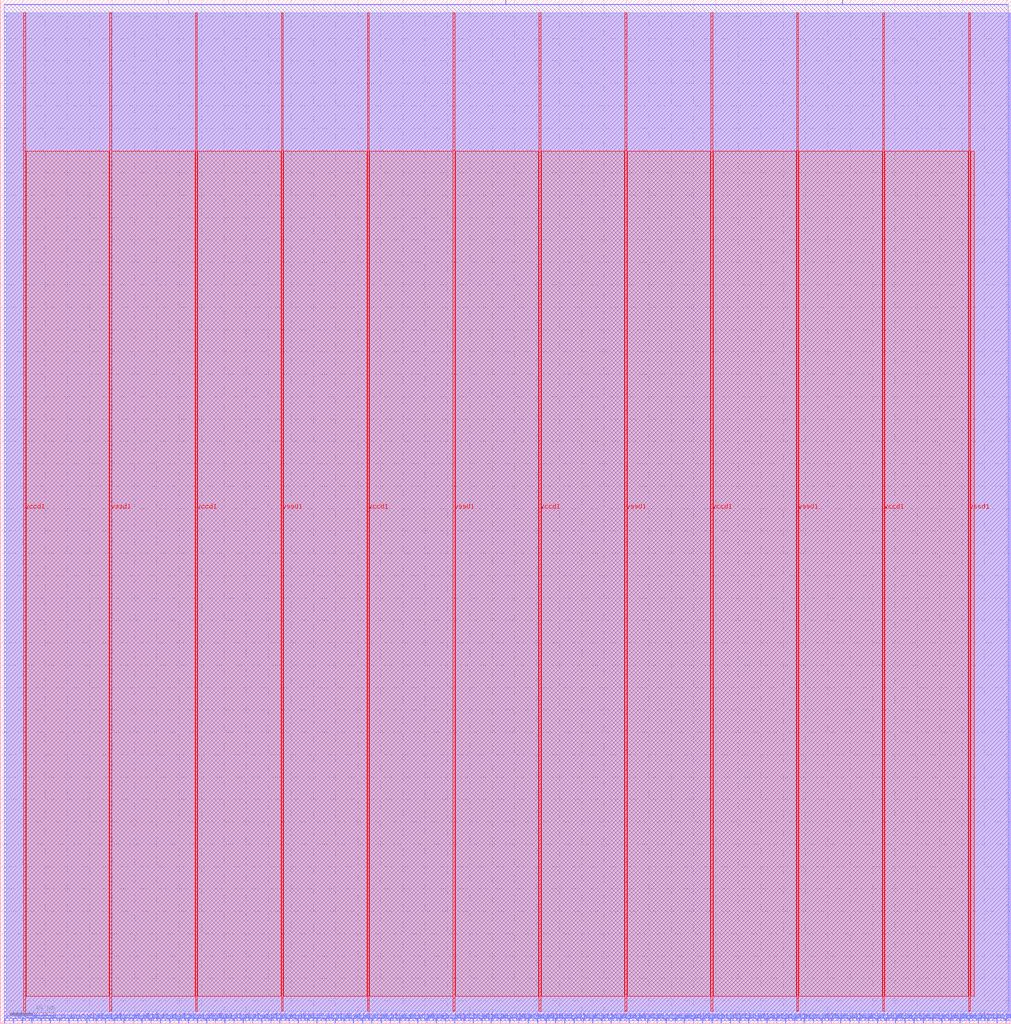
<source format=lef>
VERSION 5.7 ;
  NOWIREEXTENSIONATPIN ON ;
  DIVIDERCHAR "/" ;
  BUSBITCHARS "[]" ;
MACRO sudoku_accelerator_wrapper
  CLASS BLOCK ;
  FOREIGN sudoku_accelerator_wrapper ;
  ORIGIN 0.000 0.000 ;
  SIZE 903.980 BY 914.700 ;
  PIN la_rst
    DIRECTION INPUT ;
    USE SIGNAL ;
    PORT
      LAYER met2 ;
        RECT 874.550 0.000 874.830 4.000 ;
    END
  END la_rst
  PIN ser_rx
    DIRECTION INPUT ;
    USE SIGNAL ;
    PORT
      LAYER met2 ;
        RECT 150.510 910.700 150.790 914.700 ;
    END
  END ser_rx
  PIN ser_tx
    DIRECTION OUTPUT TRISTATE ;
    USE SIGNAL ;
    PORT
      LAYER met2 ;
        RECT 451.810 910.700 452.090 914.700 ;
    END
  END ser_tx
  PIN ser_tx_oeb
    DIRECTION OUTPUT TRISTATE ;
    USE SIGNAL ;
    PORT
      LAYER met2 ;
        RECT 753.110 910.700 753.390 914.700 ;
    END
  END ser_tx_oeb
  PIN user_irq[0]
    DIRECTION OUTPUT TRISTATE ;
    USE SIGNAL ;
    PORT
      LAYER met2 ;
        RECT 882.830 0.000 883.110 4.000 ;
    END
  END user_irq[0]
  PIN user_irq[1]
    DIRECTION OUTPUT TRISTATE ;
    USE SIGNAL ;
    PORT
      LAYER met2 ;
        RECT 891.110 0.000 891.390 4.000 ;
    END
  END user_irq[1]
  PIN user_irq[2]
    DIRECTION OUTPUT TRISTATE ;
    USE SIGNAL ;
    PORT
      LAYER met2 ;
        RECT 899.390 0.000 899.670 4.000 ;
    END
  END user_irq[2]
  PIN vccd1
    DIRECTION INPUT ;
    USE POWER ;
    PORT
      LAYER met4 ;
        RECT 21.040 10.640 22.640 903.280 ;
    END
    PORT
      LAYER met4 ;
        RECT 174.640 10.640 176.240 903.280 ;
    END
    PORT
      LAYER met4 ;
        RECT 328.240 10.640 329.840 903.280 ;
    END
    PORT
      LAYER met4 ;
        RECT 481.840 10.640 483.440 903.280 ;
    END
    PORT
      LAYER met4 ;
        RECT 635.440 10.640 637.040 903.280 ;
    END
    PORT
      LAYER met4 ;
        RECT 789.040 10.640 790.640 903.280 ;
    END
  END vccd1
  PIN vssd1
    DIRECTION INPUT ;
    USE GROUND ;
    PORT
      LAYER met4 ;
        RECT 97.840 10.640 99.440 903.280 ;
    END
    PORT
      LAYER met4 ;
        RECT 251.440 10.640 253.040 903.280 ;
    END
    PORT
      LAYER met4 ;
        RECT 405.040 10.640 406.640 903.280 ;
    END
    PORT
      LAYER met4 ;
        RECT 558.640 10.640 560.240 903.280 ;
    END
    PORT
      LAYER met4 ;
        RECT 712.240 10.640 713.840 903.280 ;
    END
    PORT
      LAYER met4 ;
        RECT 865.840 10.640 867.440 903.280 ;
    END
  END vssd1
  PIN wb_ack_o
    DIRECTION OUTPUT TRISTATE ;
    USE SIGNAL ;
    PORT
      LAYER met2 ;
        RECT 3.770 0.000 4.050 4.000 ;
    END
  END wb_ack_o
  PIN wb_adr_i[0]
    DIRECTION INPUT ;
    USE SIGNAL ;
    PORT
      LAYER met2 ;
        RECT 52.990 0.000 53.270 4.000 ;
    END
  END wb_adr_i[0]
  PIN wb_adr_i[10]
    DIRECTION INPUT ;
    USE SIGNAL ;
    PORT
      LAYER met2 ;
        RECT 332.210 0.000 332.490 4.000 ;
    END
  END wb_adr_i[10]
  PIN wb_adr_i[11]
    DIRECTION INPUT ;
    USE SIGNAL ;
    PORT
      LAYER met2 ;
        RECT 357.050 0.000 357.330 4.000 ;
    END
  END wb_adr_i[11]
  PIN wb_adr_i[12]
    DIRECTION INPUT ;
    USE SIGNAL ;
    PORT
      LAYER met2 ;
        RECT 381.430 0.000 381.710 4.000 ;
    END
  END wb_adr_i[12]
  PIN wb_adr_i[13]
    DIRECTION INPUT ;
    USE SIGNAL ;
    PORT
      LAYER met2 ;
        RECT 406.270 0.000 406.550 4.000 ;
    END
  END wb_adr_i[13]
  PIN wb_adr_i[14]
    DIRECTION INPUT ;
    USE SIGNAL ;
    PORT
      LAYER met2 ;
        RECT 430.650 0.000 430.930 4.000 ;
    END
  END wb_adr_i[14]
  PIN wb_adr_i[15]
    DIRECTION INPUT ;
    USE SIGNAL ;
    PORT
      LAYER met2 ;
        RECT 455.490 0.000 455.770 4.000 ;
    END
  END wb_adr_i[15]
  PIN wb_adr_i[16]
    DIRECTION INPUT ;
    USE SIGNAL ;
    PORT
      LAYER met2 ;
        RECT 480.330 0.000 480.610 4.000 ;
    END
  END wb_adr_i[16]
  PIN wb_adr_i[17]
    DIRECTION INPUT ;
    USE SIGNAL ;
    PORT
      LAYER met2 ;
        RECT 504.710 0.000 504.990 4.000 ;
    END
  END wb_adr_i[17]
  PIN wb_adr_i[18]
    DIRECTION INPUT ;
    USE SIGNAL ;
    PORT
      LAYER met2 ;
        RECT 529.550 0.000 529.830 4.000 ;
    END
  END wb_adr_i[18]
  PIN wb_adr_i[19]
    DIRECTION INPUT ;
    USE SIGNAL ;
    PORT
      LAYER met2 ;
        RECT 553.930 0.000 554.210 4.000 ;
    END
  END wb_adr_i[19]
  PIN wb_adr_i[1]
    DIRECTION INPUT ;
    USE SIGNAL ;
    PORT
      LAYER met2 ;
        RECT 85.650 0.000 85.930 4.000 ;
    END
  END wb_adr_i[1]
  PIN wb_adr_i[20]
    DIRECTION INPUT ;
    USE SIGNAL ;
    PORT
      LAYER met2 ;
        RECT 578.770 0.000 579.050 4.000 ;
    END
  END wb_adr_i[20]
  PIN wb_adr_i[21]
    DIRECTION INPUT ;
    USE SIGNAL ;
    PORT
      LAYER met2 ;
        RECT 603.610 0.000 603.890 4.000 ;
    END
  END wb_adr_i[21]
  PIN wb_adr_i[22]
    DIRECTION INPUT ;
    USE SIGNAL ;
    PORT
      LAYER met2 ;
        RECT 627.990 0.000 628.270 4.000 ;
    END
  END wb_adr_i[22]
  PIN wb_adr_i[23]
    DIRECTION INPUT ;
    USE SIGNAL ;
    PORT
      LAYER met2 ;
        RECT 652.830 0.000 653.110 4.000 ;
    END
  END wb_adr_i[23]
  PIN wb_adr_i[24]
    DIRECTION INPUT ;
    USE SIGNAL ;
    PORT
      LAYER met2 ;
        RECT 677.210 0.000 677.490 4.000 ;
    END
  END wb_adr_i[24]
  PIN wb_adr_i[25]
    DIRECTION INPUT ;
    USE SIGNAL ;
    PORT
      LAYER met2 ;
        RECT 702.050 0.000 702.330 4.000 ;
    END
  END wb_adr_i[25]
  PIN wb_adr_i[26]
    DIRECTION INPUT ;
    USE SIGNAL ;
    PORT
      LAYER met2 ;
        RECT 726.890 0.000 727.170 4.000 ;
    END
  END wb_adr_i[26]
  PIN wb_adr_i[27]
    DIRECTION INPUT ;
    USE SIGNAL ;
    PORT
      LAYER met2 ;
        RECT 751.270 0.000 751.550 4.000 ;
    END
  END wb_adr_i[27]
  PIN wb_adr_i[28]
    DIRECTION INPUT ;
    USE SIGNAL ;
    PORT
      LAYER met2 ;
        RECT 776.110 0.000 776.390 4.000 ;
    END
  END wb_adr_i[28]
  PIN wb_adr_i[29]
    DIRECTION INPUT ;
    USE SIGNAL ;
    PORT
      LAYER met2 ;
        RECT 800.490 0.000 800.770 4.000 ;
    END
  END wb_adr_i[29]
  PIN wb_adr_i[2]
    DIRECTION INPUT ;
    USE SIGNAL ;
    PORT
      LAYER met2 ;
        RECT 118.770 0.000 119.050 4.000 ;
    END
  END wb_adr_i[2]
  PIN wb_adr_i[30]
    DIRECTION INPUT ;
    USE SIGNAL ;
    PORT
      LAYER met2 ;
        RECT 825.330 0.000 825.610 4.000 ;
    END
  END wb_adr_i[30]
  PIN wb_adr_i[31]
    DIRECTION INPUT ;
    USE SIGNAL ;
    PORT
      LAYER met2 ;
        RECT 849.710 0.000 849.990 4.000 ;
    END
  END wb_adr_i[31]
  PIN wb_adr_i[3]
    DIRECTION INPUT ;
    USE SIGNAL ;
    PORT
      LAYER met2 ;
        RECT 151.430 0.000 151.710 4.000 ;
    END
  END wb_adr_i[3]
  PIN wb_adr_i[4]
    DIRECTION INPUT ;
    USE SIGNAL ;
    PORT
      LAYER met2 ;
        RECT 184.550 0.000 184.830 4.000 ;
    END
  END wb_adr_i[4]
  PIN wb_adr_i[5]
    DIRECTION INPUT ;
    USE SIGNAL ;
    PORT
      LAYER met2 ;
        RECT 208.930 0.000 209.210 4.000 ;
    END
  END wb_adr_i[5]
  PIN wb_adr_i[6]
    DIRECTION INPUT ;
    USE SIGNAL ;
    PORT
      LAYER met2 ;
        RECT 233.770 0.000 234.050 4.000 ;
    END
  END wb_adr_i[6]
  PIN wb_adr_i[7]
    DIRECTION INPUT ;
    USE SIGNAL ;
    PORT
      LAYER met2 ;
        RECT 258.150 0.000 258.430 4.000 ;
    END
  END wb_adr_i[7]
  PIN wb_adr_i[8]
    DIRECTION INPUT ;
    USE SIGNAL ;
    PORT
      LAYER met2 ;
        RECT 282.990 0.000 283.270 4.000 ;
    END
  END wb_adr_i[8]
  PIN wb_adr_i[9]
    DIRECTION INPUT ;
    USE SIGNAL ;
    PORT
      LAYER met2 ;
        RECT 307.370 0.000 307.650 4.000 ;
    END
  END wb_adr_i[9]
  PIN wb_clk_i
    DIRECTION INPUT ;
    USE SIGNAL ;
    PORT
      LAYER met2 ;
        RECT 11.590 0.000 11.870 4.000 ;
    END
  END wb_clk_i
  PIN wb_cyc_i
    DIRECTION INPUT ;
    USE SIGNAL ;
    PORT
      LAYER met2 ;
        RECT 19.870 0.000 20.150 4.000 ;
    END
  END wb_cyc_i
  PIN wb_dat_i[0]
    DIRECTION INPUT ;
    USE SIGNAL ;
    PORT
      LAYER met2 ;
        RECT 61.270 0.000 61.550 4.000 ;
    END
  END wb_dat_i[0]
  PIN wb_dat_i[10]
    DIRECTION INPUT ;
    USE SIGNAL ;
    PORT
      LAYER met2 ;
        RECT 340.490 0.000 340.770 4.000 ;
    END
  END wb_dat_i[10]
  PIN wb_dat_i[11]
    DIRECTION INPUT ;
    USE SIGNAL ;
    PORT
      LAYER met2 ;
        RECT 365.330 0.000 365.610 4.000 ;
    END
  END wb_dat_i[11]
  PIN wb_dat_i[12]
    DIRECTION INPUT ;
    USE SIGNAL ;
    PORT
      LAYER met2 ;
        RECT 389.710 0.000 389.990 4.000 ;
    END
  END wb_dat_i[12]
  PIN wb_dat_i[13]
    DIRECTION INPUT ;
    USE SIGNAL ;
    PORT
      LAYER met2 ;
        RECT 414.550 0.000 414.830 4.000 ;
    END
  END wb_dat_i[13]
  PIN wb_dat_i[14]
    DIRECTION INPUT ;
    USE SIGNAL ;
    PORT
      LAYER met2 ;
        RECT 438.930 0.000 439.210 4.000 ;
    END
  END wb_dat_i[14]
  PIN wb_dat_i[15]
    DIRECTION INPUT ;
    USE SIGNAL ;
    PORT
      LAYER met2 ;
        RECT 463.770 0.000 464.050 4.000 ;
    END
  END wb_dat_i[15]
  PIN wb_dat_i[16]
    DIRECTION INPUT ;
    USE SIGNAL ;
    PORT
      LAYER met2 ;
        RECT 488.150 0.000 488.430 4.000 ;
    END
  END wb_dat_i[16]
  PIN wb_dat_i[17]
    DIRECTION INPUT ;
    USE SIGNAL ;
    PORT
      LAYER met2 ;
        RECT 512.990 0.000 513.270 4.000 ;
    END
  END wb_dat_i[17]
  PIN wb_dat_i[18]
    DIRECTION INPUT ;
    USE SIGNAL ;
    PORT
      LAYER met2 ;
        RECT 537.830 0.000 538.110 4.000 ;
    END
  END wb_dat_i[18]
  PIN wb_dat_i[19]
    DIRECTION INPUT ;
    USE SIGNAL ;
    PORT
      LAYER met2 ;
        RECT 562.210 0.000 562.490 4.000 ;
    END
  END wb_dat_i[19]
  PIN wb_dat_i[1]
    DIRECTION INPUT ;
    USE SIGNAL ;
    PORT
      LAYER met2 ;
        RECT 93.930 0.000 94.210 4.000 ;
    END
  END wb_dat_i[1]
  PIN wb_dat_i[20]
    DIRECTION INPUT ;
    USE SIGNAL ;
    PORT
      LAYER met2 ;
        RECT 587.050 0.000 587.330 4.000 ;
    END
  END wb_dat_i[20]
  PIN wb_dat_i[21]
    DIRECTION INPUT ;
    USE SIGNAL ;
    PORT
      LAYER met2 ;
        RECT 611.430 0.000 611.710 4.000 ;
    END
  END wb_dat_i[21]
  PIN wb_dat_i[22]
    DIRECTION INPUT ;
    USE SIGNAL ;
    PORT
      LAYER met2 ;
        RECT 636.270 0.000 636.550 4.000 ;
    END
  END wb_dat_i[22]
  PIN wb_dat_i[23]
    DIRECTION INPUT ;
    USE SIGNAL ;
    PORT
      LAYER met2 ;
        RECT 661.110 0.000 661.390 4.000 ;
    END
  END wb_dat_i[23]
  PIN wb_dat_i[24]
    DIRECTION INPUT ;
    USE SIGNAL ;
    PORT
      LAYER met2 ;
        RECT 685.490 0.000 685.770 4.000 ;
    END
  END wb_dat_i[24]
  PIN wb_dat_i[25]
    DIRECTION INPUT ;
    USE SIGNAL ;
    PORT
      LAYER met2 ;
        RECT 710.330 0.000 710.610 4.000 ;
    END
  END wb_dat_i[25]
  PIN wb_dat_i[26]
    DIRECTION INPUT ;
    USE SIGNAL ;
    PORT
      LAYER met2 ;
        RECT 734.710 0.000 734.990 4.000 ;
    END
  END wb_dat_i[26]
  PIN wb_dat_i[27]
    DIRECTION INPUT ;
    USE SIGNAL ;
    PORT
      LAYER met2 ;
        RECT 759.550 0.000 759.830 4.000 ;
    END
  END wb_dat_i[27]
  PIN wb_dat_i[28]
    DIRECTION INPUT ;
    USE SIGNAL ;
    PORT
      LAYER met2 ;
        RECT 784.390 0.000 784.670 4.000 ;
    END
  END wb_dat_i[28]
  PIN wb_dat_i[29]
    DIRECTION INPUT ;
    USE SIGNAL ;
    PORT
      LAYER met2 ;
        RECT 808.770 0.000 809.050 4.000 ;
    END
  END wb_dat_i[29]
  PIN wb_dat_i[2]
    DIRECTION INPUT ;
    USE SIGNAL ;
    PORT
      LAYER met2 ;
        RECT 126.590 0.000 126.870 4.000 ;
    END
  END wb_dat_i[2]
  PIN wb_dat_i[30]
    DIRECTION INPUT ;
    USE SIGNAL ;
    PORT
      LAYER met2 ;
        RECT 833.610 0.000 833.890 4.000 ;
    END
  END wb_dat_i[30]
  PIN wb_dat_i[31]
    DIRECTION INPUT ;
    USE SIGNAL ;
    PORT
      LAYER met2 ;
        RECT 857.990 0.000 858.270 4.000 ;
    END
  END wb_dat_i[31]
  PIN wb_dat_i[3]
    DIRECTION INPUT ;
    USE SIGNAL ;
    PORT
      LAYER met2 ;
        RECT 159.710 0.000 159.990 4.000 ;
    END
  END wb_dat_i[3]
  PIN wb_dat_i[4]
    DIRECTION INPUT ;
    USE SIGNAL ;
    PORT
      LAYER met2 ;
        RECT 192.370 0.000 192.650 4.000 ;
    END
  END wb_dat_i[4]
  PIN wb_dat_i[5]
    DIRECTION INPUT ;
    USE SIGNAL ;
    PORT
      LAYER met2 ;
        RECT 217.210 0.000 217.490 4.000 ;
    END
  END wb_dat_i[5]
  PIN wb_dat_i[6]
    DIRECTION INPUT ;
    USE SIGNAL ;
    PORT
      LAYER met2 ;
        RECT 242.050 0.000 242.330 4.000 ;
    END
  END wb_dat_i[6]
  PIN wb_dat_i[7]
    DIRECTION INPUT ;
    USE SIGNAL ;
    PORT
      LAYER met2 ;
        RECT 266.430 0.000 266.710 4.000 ;
    END
  END wb_dat_i[7]
  PIN wb_dat_i[8]
    DIRECTION INPUT ;
    USE SIGNAL ;
    PORT
      LAYER met2 ;
        RECT 291.270 0.000 291.550 4.000 ;
    END
  END wb_dat_i[8]
  PIN wb_dat_i[9]
    DIRECTION INPUT ;
    USE SIGNAL ;
    PORT
      LAYER met2 ;
        RECT 315.650 0.000 315.930 4.000 ;
    END
  END wb_dat_i[9]
  PIN wb_dat_o[0]
    DIRECTION OUTPUT TRISTATE ;
    USE SIGNAL ;
    PORT
      LAYER met2 ;
        RECT 69.090 0.000 69.370 4.000 ;
    END
  END wb_dat_o[0]
  PIN wb_dat_o[10]
    DIRECTION OUTPUT TRISTATE ;
    USE SIGNAL ;
    PORT
      LAYER met2 ;
        RECT 348.770 0.000 349.050 4.000 ;
    END
  END wb_dat_o[10]
  PIN wb_dat_o[11]
    DIRECTION OUTPUT TRISTATE ;
    USE SIGNAL ;
    PORT
      LAYER met2 ;
        RECT 373.150 0.000 373.430 4.000 ;
    END
  END wb_dat_o[11]
  PIN wb_dat_o[12]
    DIRECTION OUTPUT TRISTATE ;
    USE SIGNAL ;
    PORT
      LAYER met2 ;
        RECT 397.990 0.000 398.270 4.000 ;
    END
  END wb_dat_o[12]
  PIN wb_dat_o[13]
    DIRECTION OUTPUT TRISTATE ;
    USE SIGNAL ;
    PORT
      LAYER met2 ;
        RECT 422.830 0.000 423.110 4.000 ;
    END
  END wb_dat_o[13]
  PIN wb_dat_o[14]
    DIRECTION OUTPUT TRISTATE ;
    USE SIGNAL ;
    PORT
      LAYER met2 ;
        RECT 447.210 0.000 447.490 4.000 ;
    END
  END wb_dat_o[14]
  PIN wb_dat_o[15]
    DIRECTION OUTPUT TRISTATE ;
    USE SIGNAL ;
    PORT
      LAYER met2 ;
        RECT 472.050 0.000 472.330 4.000 ;
    END
  END wb_dat_o[15]
  PIN wb_dat_o[16]
    DIRECTION OUTPUT TRISTATE ;
    USE SIGNAL ;
    PORT
      LAYER met2 ;
        RECT 496.430 0.000 496.710 4.000 ;
    END
  END wb_dat_o[16]
  PIN wb_dat_o[17]
    DIRECTION OUTPUT TRISTATE ;
    USE SIGNAL ;
    PORT
      LAYER met2 ;
        RECT 521.270 0.000 521.550 4.000 ;
    END
  END wb_dat_o[17]
  PIN wb_dat_o[18]
    DIRECTION OUTPUT TRISTATE ;
    USE SIGNAL ;
    PORT
      LAYER met2 ;
        RECT 546.110 0.000 546.390 4.000 ;
    END
  END wb_dat_o[18]
  PIN wb_dat_o[19]
    DIRECTION OUTPUT TRISTATE ;
    USE SIGNAL ;
    PORT
      LAYER met2 ;
        RECT 570.490 0.000 570.770 4.000 ;
    END
  END wb_dat_o[19]
  PIN wb_dat_o[1]
    DIRECTION OUTPUT TRISTATE ;
    USE SIGNAL ;
    PORT
      LAYER met2 ;
        RECT 102.210 0.000 102.490 4.000 ;
    END
  END wb_dat_o[1]
  PIN wb_dat_o[20]
    DIRECTION OUTPUT TRISTATE ;
    USE SIGNAL ;
    PORT
      LAYER met2 ;
        RECT 595.330 0.000 595.610 4.000 ;
    END
  END wb_dat_o[20]
  PIN wb_dat_o[21]
    DIRECTION OUTPUT TRISTATE ;
    USE SIGNAL ;
    PORT
      LAYER met2 ;
        RECT 619.710 0.000 619.990 4.000 ;
    END
  END wb_dat_o[21]
  PIN wb_dat_o[22]
    DIRECTION OUTPUT TRISTATE ;
    USE SIGNAL ;
    PORT
      LAYER met2 ;
        RECT 644.550 0.000 644.830 4.000 ;
    END
  END wb_dat_o[22]
  PIN wb_dat_o[23]
    DIRECTION OUTPUT TRISTATE ;
    USE SIGNAL ;
    PORT
      LAYER met2 ;
        RECT 668.930 0.000 669.210 4.000 ;
    END
  END wb_dat_o[23]
  PIN wb_dat_o[24]
    DIRECTION OUTPUT TRISTATE ;
    USE SIGNAL ;
    PORT
      LAYER met2 ;
        RECT 693.770 0.000 694.050 4.000 ;
    END
  END wb_dat_o[24]
  PIN wb_dat_o[25]
    DIRECTION OUTPUT TRISTATE ;
    USE SIGNAL ;
    PORT
      LAYER met2 ;
        RECT 718.610 0.000 718.890 4.000 ;
    END
  END wb_dat_o[25]
  PIN wb_dat_o[26]
    DIRECTION OUTPUT TRISTATE ;
    USE SIGNAL ;
    PORT
      LAYER met2 ;
        RECT 742.990 0.000 743.270 4.000 ;
    END
  END wb_dat_o[26]
  PIN wb_dat_o[27]
    DIRECTION OUTPUT TRISTATE ;
    USE SIGNAL ;
    PORT
      LAYER met2 ;
        RECT 767.830 0.000 768.110 4.000 ;
    END
  END wb_dat_o[27]
  PIN wb_dat_o[28]
    DIRECTION OUTPUT TRISTATE ;
    USE SIGNAL ;
    PORT
      LAYER met2 ;
        RECT 792.210 0.000 792.490 4.000 ;
    END
  END wb_dat_o[28]
  PIN wb_dat_o[29]
    DIRECTION OUTPUT TRISTATE ;
    USE SIGNAL ;
    PORT
      LAYER met2 ;
        RECT 817.050 0.000 817.330 4.000 ;
    END
  END wb_dat_o[29]
  PIN wb_dat_o[2]
    DIRECTION OUTPUT TRISTATE ;
    USE SIGNAL ;
    PORT
      LAYER met2 ;
        RECT 134.870 0.000 135.150 4.000 ;
    END
  END wb_dat_o[2]
  PIN wb_dat_o[30]
    DIRECTION OUTPUT TRISTATE ;
    USE SIGNAL ;
    PORT
      LAYER met2 ;
        RECT 841.890 0.000 842.170 4.000 ;
    END
  END wb_dat_o[30]
  PIN wb_dat_o[31]
    DIRECTION OUTPUT TRISTATE ;
    USE SIGNAL ;
    PORT
      LAYER met2 ;
        RECT 866.270 0.000 866.550 4.000 ;
    END
  END wb_dat_o[31]
  PIN wb_dat_o[3]
    DIRECTION OUTPUT TRISTATE ;
    USE SIGNAL ;
    PORT
      LAYER met2 ;
        RECT 167.990 0.000 168.270 4.000 ;
    END
  END wb_dat_o[3]
  PIN wb_dat_o[4]
    DIRECTION OUTPUT TRISTATE ;
    USE SIGNAL ;
    PORT
      LAYER met2 ;
        RECT 200.650 0.000 200.930 4.000 ;
    END
  END wb_dat_o[4]
  PIN wb_dat_o[5]
    DIRECTION OUTPUT TRISTATE ;
    USE SIGNAL ;
    PORT
      LAYER met2 ;
        RECT 225.490 0.000 225.770 4.000 ;
    END
  END wb_dat_o[5]
  PIN wb_dat_o[6]
    DIRECTION OUTPUT TRISTATE ;
    USE SIGNAL ;
    PORT
      LAYER met2 ;
        RECT 249.870 0.000 250.150 4.000 ;
    END
  END wb_dat_o[6]
  PIN wb_dat_o[7]
    DIRECTION OUTPUT TRISTATE ;
    USE SIGNAL ;
    PORT
      LAYER met2 ;
        RECT 274.710 0.000 274.990 4.000 ;
    END
  END wb_dat_o[7]
  PIN wb_dat_o[8]
    DIRECTION OUTPUT TRISTATE ;
    USE SIGNAL ;
    PORT
      LAYER met2 ;
        RECT 299.550 0.000 299.830 4.000 ;
    END
  END wb_dat_o[8]
  PIN wb_dat_o[9]
    DIRECTION OUTPUT TRISTATE ;
    USE SIGNAL ;
    PORT
      LAYER met2 ;
        RECT 323.930 0.000 324.210 4.000 ;
    END
  END wb_dat_o[9]
  PIN wb_rst_i
    DIRECTION INPUT ;
    USE SIGNAL ;
    PORT
      LAYER met2 ;
        RECT 28.150 0.000 28.430 4.000 ;
    END
  END wb_rst_i
  PIN wb_sel_i[0]
    DIRECTION INPUT ;
    USE SIGNAL ;
    PORT
      LAYER met2 ;
        RECT 77.370 0.000 77.650 4.000 ;
    END
  END wb_sel_i[0]
  PIN wb_sel_i[1]
    DIRECTION INPUT ;
    USE SIGNAL ;
    PORT
      LAYER met2 ;
        RECT 110.490 0.000 110.770 4.000 ;
    END
  END wb_sel_i[1]
  PIN wb_sel_i[2]
    DIRECTION INPUT ;
    USE SIGNAL ;
    PORT
      LAYER met2 ;
        RECT 143.150 0.000 143.430 4.000 ;
    END
  END wb_sel_i[2]
  PIN wb_sel_i[3]
    DIRECTION INPUT ;
    USE SIGNAL ;
    PORT
      LAYER met2 ;
        RECT 176.270 0.000 176.550 4.000 ;
    END
  END wb_sel_i[3]
  PIN wb_stb_i
    DIRECTION INPUT ;
    USE SIGNAL ;
    PORT
      LAYER met2 ;
        RECT 36.430 0.000 36.710 4.000 ;
    END
  END wb_stb_i
  PIN wb_we_i
    DIRECTION INPUT ;
    USE SIGNAL ;
    PORT
      LAYER met2 ;
        RECT 44.710 0.000 44.990 4.000 ;
    END
  END wb_we_i
  OBS
      LAYER li1 ;
        RECT 5.520 7.225 902.835 903.125 ;
      LAYER met1 ;
        RECT 3.750 2.420 902.895 903.280 ;
      LAYER met2 ;
        RECT 3.780 910.420 150.230 910.700 ;
        RECT 151.070 910.420 451.530 910.700 ;
        RECT 452.370 910.420 752.830 910.700 ;
        RECT 753.670 910.420 901.510 910.700 ;
        RECT 3.780 4.280 901.510 910.420 ;
        RECT 4.330 2.390 11.310 4.280 ;
        RECT 12.150 2.390 19.590 4.280 ;
        RECT 20.430 2.390 27.870 4.280 ;
        RECT 28.710 2.390 36.150 4.280 ;
        RECT 36.990 2.390 44.430 4.280 ;
        RECT 45.270 2.390 52.710 4.280 ;
        RECT 53.550 2.390 60.990 4.280 ;
        RECT 61.830 2.390 68.810 4.280 ;
        RECT 69.650 2.390 77.090 4.280 ;
        RECT 77.930 2.390 85.370 4.280 ;
        RECT 86.210 2.390 93.650 4.280 ;
        RECT 94.490 2.390 101.930 4.280 ;
        RECT 102.770 2.390 110.210 4.280 ;
        RECT 111.050 2.390 118.490 4.280 ;
        RECT 119.330 2.390 126.310 4.280 ;
        RECT 127.150 2.390 134.590 4.280 ;
        RECT 135.430 2.390 142.870 4.280 ;
        RECT 143.710 2.390 151.150 4.280 ;
        RECT 151.990 2.390 159.430 4.280 ;
        RECT 160.270 2.390 167.710 4.280 ;
        RECT 168.550 2.390 175.990 4.280 ;
        RECT 176.830 2.390 184.270 4.280 ;
        RECT 185.110 2.390 192.090 4.280 ;
        RECT 192.930 2.390 200.370 4.280 ;
        RECT 201.210 2.390 208.650 4.280 ;
        RECT 209.490 2.390 216.930 4.280 ;
        RECT 217.770 2.390 225.210 4.280 ;
        RECT 226.050 2.390 233.490 4.280 ;
        RECT 234.330 2.390 241.770 4.280 ;
        RECT 242.610 2.390 249.590 4.280 ;
        RECT 250.430 2.390 257.870 4.280 ;
        RECT 258.710 2.390 266.150 4.280 ;
        RECT 266.990 2.390 274.430 4.280 ;
        RECT 275.270 2.390 282.710 4.280 ;
        RECT 283.550 2.390 290.990 4.280 ;
        RECT 291.830 2.390 299.270 4.280 ;
        RECT 300.110 2.390 307.090 4.280 ;
        RECT 307.930 2.390 315.370 4.280 ;
        RECT 316.210 2.390 323.650 4.280 ;
        RECT 324.490 2.390 331.930 4.280 ;
        RECT 332.770 2.390 340.210 4.280 ;
        RECT 341.050 2.390 348.490 4.280 ;
        RECT 349.330 2.390 356.770 4.280 ;
        RECT 357.610 2.390 365.050 4.280 ;
        RECT 365.890 2.390 372.870 4.280 ;
        RECT 373.710 2.390 381.150 4.280 ;
        RECT 381.990 2.390 389.430 4.280 ;
        RECT 390.270 2.390 397.710 4.280 ;
        RECT 398.550 2.390 405.990 4.280 ;
        RECT 406.830 2.390 414.270 4.280 ;
        RECT 415.110 2.390 422.550 4.280 ;
        RECT 423.390 2.390 430.370 4.280 ;
        RECT 431.210 2.390 438.650 4.280 ;
        RECT 439.490 2.390 446.930 4.280 ;
        RECT 447.770 2.390 455.210 4.280 ;
        RECT 456.050 2.390 463.490 4.280 ;
        RECT 464.330 2.390 471.770 4.280 ;
        RECT 472.610 2.390 480.050 4.280 ;
        RECT 480.890 2.390 487.870 4.280 ;
        RECT 488.710 2.390 496.150 4.280 ;
        RECT 496.990 2.390 504.430 4.280 ;
        RECT 505.270 2.390 512.710 4.280 ;
        RECT 513.550 2.390 520.990 4.280 ;
        RECT 521.830 2.390 529.270 4.280 ;
        RECT 530.110 2.390 537.550 4.280 ;
        RECT 538.390 2.390 545.830 4.280 ;
        RECT 546.670 2.390 553.650 4.280 ;
        RECT 554.490 2.390 561.930 4.280 ;
        RECT 562.770 2.390 570.210 4.280 ;
        RECT 571.050 2.390 578.490 4.280 ;
        RECT 579.330 2.390 586.770 4.280 ;
        RECT 587.610 2.390 595.050 4.280 ;
        RECT 595.890 2.390 603.330 4.280 ;
        RECT 604.170 2.390 611.150 4.280 ;
        RECT 611.990 2.390 619.430 4.280 ;
        RECT 620.270 2.390 627.710 4.280 ;
        RECT 628.550 2.390 635.990 4.280 ;
        RECT 636.830 2.390 644.270 4.280 ;
        RECT 645.110 2.390 652.550 4.280 ;
        RECT 653.390 2.390 660.830 4.280 ;
        RECT 661.670 2.390 668.650 4.280 ;
        RECT 669.490 2.390 676.930 4.280 ;
        RECT 677.770 2.390 685.210 4.280 ;
        RECT 686.050 2.390 693.490 4.280 ;
        RECT 694.330 2.390 701.770 4.280 ;
        RECT 702.610 2.390 710.050 4.280 ;
        RECT 710.890 2.390 718.330 4.280 ;
        RECT 719.170 2.390 726.610 4.280 ;
        RECT 727.450 2.390 734.430 4.280 ;
        RECT 735.270 2.390 742.710 4.280 ;
        RECT 743.550 2.390 750.990 4.280 ;
        RECT 751.830 2.390 759.270 4.280 ;
        RECT 760.110 2.390 767.550 4.280 ;
        RECT 768.390 2.390 775.830 4.280 ;
        RECT 776.670 2.390 784.110 4.280 ;
        RECT 784.950 2.390 791.930 4.280 ;
        RECT 792.770 2.390 800.210 4.280 ;
        RECT 801.050 2.390 808.490 4.280 ;
        RECT 809.330 2.390 816.770 4.280 ;
        RECT 817.610 2.390 825.050 4.280 ;
        RECT 825.890 2.390 833.330 4.280 ;
        RECT 834.170 2.390 841.610 4.280 ;
        RECT 842.450 2.390 849.430 4.280 ;
        RECT 850.270 2.390 857.710 4.280 ;
        RECT 858.550 2.390 865.990 4.280 ;
        RECT 866.830 2.390 874.270 4.280 ;
        RECT 875.110 2.390 882.550 4.280 ;
        RECT 883.390 2.390 890.830 4.280 ;
        RECT 891.670 2.390 899.110 4.280 ;
        RECT 899.950 2.390 901.510 4.280 ;
      LAYER met3 ;
        RECT 5.585 10.715 901.535 903.205 ;
      LAYER met4 ;
        RECT 23.295 23.975 97.440 779.105 ;
        RECT 99.840 23.975 174.240 779.105 ;
        RECT 176.640 23.975 251.040 779.105 ;
        RECT 253.440 23.975 327.840 779.105 ;
        RECT 330.240 23.975 404.640 779.105 ;
        RECT 407.040 23.975 481.440 779.105 ;
        RECT 483.840 23.975 558.240 779.105 ;
        RECT 560.640 23.975 635.040 779.105 ;
        RECT 637.440 23.975 711.840 779.105 ;
        RECT 714.240 23.975 788.640 779.105 ;
        RECT 791.040 23.975 865.440 779.105 ;
        RECT 867.840 23.975 870.945 779.105 ;
  END
END sudoku_accelerator_wrapper
END LIBRARY


</source>
